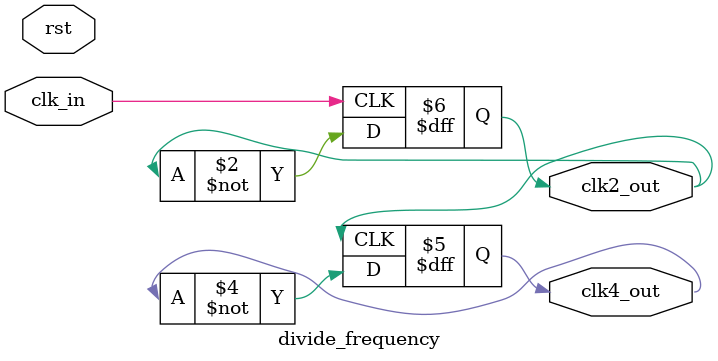
<source format=v>
module divide_frequency(rst,clk_in,clk2_out,clk4_out);
	input rst,clk_in;
	output reg clk2_out,clk4_out;
	
	always@(posedge clk_in) begin
		if(rst) clk2_out <= 0;
		clk2_out <= ~clk2_out;
	end
	
	always@(posedge clk2_out) begin
		if(rst) clk4_out <= 0;
		clk4_out <= ~clk4_out;
	end


endmodule

</source>
